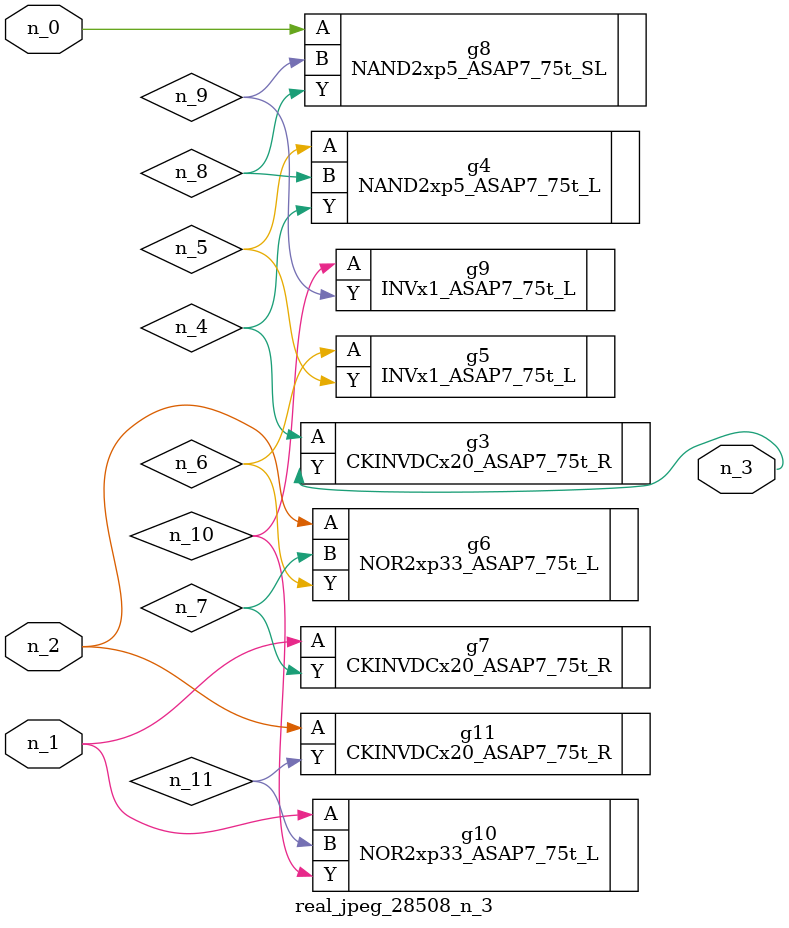
<source format=v>
module real_jpeg_28508_n_3 (n_1, n_0, n_2, n_3);

input n_1;
input n_0;
input n_2;

output n_3;

wire n_5;
wire n_4;
wire n_8;
wire n_11;
wire n_6;
wire n_7;
wire n_10;
wire n_9;

NAND2xp5_ASAP7_75t_SL g8 ( 
.A(n_0),
.B(n_9),
.Y(n_8)
);

CKINVDCx20_ASAP7_75t_R g7 ( 
.A(n_1),
.Y(n_7)
);

NOR2xp33_ASAP7_75t_L g10 ( 
.A(n_1),
.B(n_11),
.Y(n_10)
);

NOR2xp33_ASAP7_75t_L g6 ( 
.A(n_2),
.B(n_7),
.Y(n_6)
);

CKINVDCx20_ASAP7_75t_R g11 ( 
.A(n_2),
.Y(n_11)
);

CKINVDCx20_ASAP7_75t_R g3 ( 
.A(n_4),
.Y(n_3)
);

NAND2xp5_ASAP7_75t_L g4 ( 
.A(n_5),
.B(n_8),
.Y(n_4)
);

INVx1_ASAP7_75t_L g5 ( 
.A(n_6),
.Y(n_5)
);

INVx1_ASAP7_75t_L g9 ( 
.A(n_10),
.Y(n_9)
);


endmodule
</source>
